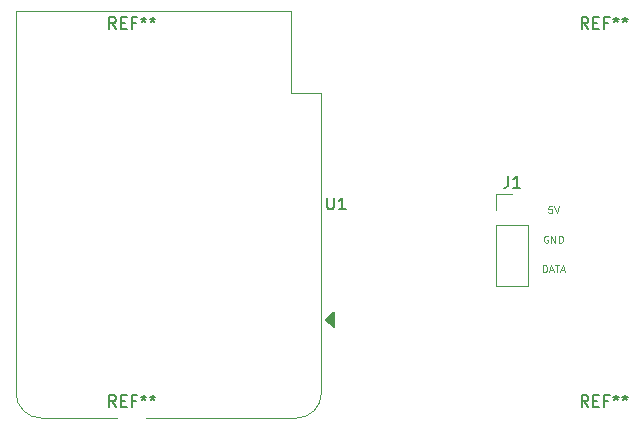
<source format=gbr>
%TF.GenerationSoftware,KiCad,Pcbnew,8.0.3*%
%TF.CreationDate,2025-06-16T15:41:18+02:00*%
%TF.ProjectId,gate-driver,67617465-2d64-4726-9976-65722e6b6963,rev?*%
%TF.SameCoordinates,Original*%
%TF.FileFunction,Legend,Top*%
%TF.FilePolarity,Positive*%
%FSLAX46Y46*%
G04 Gerber Fmt 4.6, Leading zero omitted, Abs format (unit mm)*
G04 Created by KiCad (PCBNEW 8.0.3) date 2025-06-16 15:41:18*
%MOMM*%
%LPD*%
G01*
G04 APERTURE LIST*
%ADD10C,0.125000*%
%ADD11C,0.150000*%
%ADD12C,0.120000*%
%ADD13R,1.700000X1.700000*%
%ADD14O,1.700000X1.700000*%
%ADD15C,3.800000*%
%ADD16R,2.000000X2.000000*%
%ADD17O,2.000000X1.600000*%
G04 APERTURE END LIST*
D10*
X135247857Y-65069642D02*
X135190715Y-65041071D01*
X135190715Y-65041071D02*
X135105000Y-65041071D01*
X135105000Y-65041071D02*
X135019286Y-65069642D01*
X135019286Y-65069642D02*
X134962143Y-65126785D01*
X134962143Y-65126785D02*
X134933572Y-65183928D01*
X134933572Y-65183928D02*
X134905000Y-65298214D01*
X134905000Y-65298214D02*
X134905000Y-65383928D01*
X134905000Y-65383928D02*
X134933572Y-65498214D01*
X134933572Y-65498214D02*
X134962143Y-65555357D01*
X134962143Y-65555357D02*
X135019286Y-65612500D01*
X135019286Y-65612500D02*
X135105000Y-65641071D01*
X135105000Y-65641071D02*
X135162143Y-65641071D01*
X135162143Y-65641071D02*
X135247857Y-65612500D01*
X135247857Y-65612500D02*
X135276429Y-65583928D01*
X135276429Y-65583928D02*
X135276429Y-65383928D01*
X135276429Y-65383928D02*
X135162143Y-65383928D01*
X135533572Y-65641071D02*
X135533572Y-65041071D01*
X135533572Y-65041071D02*
X135876429Y-65641071D01*
X135876429Y-65641071D02*
X135876429Y-65041071D01*
X136162143Y-65641071D02*
X136162143Y-65041071D01*
X136162143Y-65041071D02*
X136305000Y-65041071D01*
X136305000Y-65041071D02*
X136390714Y-65069642D01*
X136390714Y-65069642D02*
X136447857Y-65126785D01*
X136447857Y-65126785D02*
X136476428Y-65183928D01*
X136476428Y-65183928D02*
X136505000Y-65298214D01*
X136505000Y-65298214D02*
X136505000Y-65383928D01*
X136505000Y-65383928D02*
X136476428Y-65498214D01*
X136476428Y-65498214D02*
X136447857Y-65555357D01*
X136447857Y-65555357D02*
X136390714Y-65612500D01*
X136390714Y-65612500D02*
X136305000Y-65641071D01*
X136305000Y-65641071D02*
X136162143Y-65641071D01*
X135590714Y-62541071D02*
X135305000Y-62541071D01*
X135305000Y-62541071D02*
X135276428Y-62826785D01*
X135276428Y-62826785D02*
X135305000Y-62798214D01*
X135305000Y-62798214D02*
X135362143Y-62769642D01*
X135362143Y-62769642D02*
X135505000Y-62769642D01*
X135505000Y-62769642D02*
X135562143Y-62798214D01*
X135562143Y-62798214D02*
X135590714Y-62826785D01*
X135590714Y-62826785D02*
X135619285Y-62883928D01*
X135619285Y-62883928D02*
X135619285Y-63026785D01*
X135619285Y-63026785D02*
X135590714Y-63083928D01*
X135590714Y-63083928D02*
X135562143Y-63112500D01*
X135562143Y-63112500D02*
X135505000Y-63141071D01*
X135505000Y-63141071D02*
X135362143Y-63141071D01*
X135362143Y-63141071D02*
X135305000Y-63112500D01*
X135305000Y-63112500D02*
X135276428Y-63083928D01*
X135790714Y-62541071D02*
X135990714Y-63141071D01*
X135990714Y-63141071D02*
X136190714Y-62541071D01*
X134805000Y-68141071D02*
X134805000Y-67541071D01*
X134805000Y-67541071D02*
X134947857Y-67541071D01*
X134947857Y-67541071D02*
X135033571Y-67569642D01*
X135033571Y-67569642D02*
X135090714Y-67626785D01*
X135090714Y-67626785D02*
X135119285Y-67683928D01*
X135119285Y-67683928D02*
X135147857Y-67798214D01*
X135147857Y-67798214D02*
X135147857Y-67883928D01*
X135147857Y-67883928D02*
X135119285Y-67998214D01*
X135119285Y-67998214D02*
X135090714Y-68055357D01*
X135090714Y-68055357D02*
X135033571Y-68112500D01*
X135033571Y-68112500D02*
X134947857Y-68141071D01*
X134947857Y-68141071D02*
X134805000Y-68141071D01*
X135376428Y-67969642D02*
X135662143Y-67969642D01*
X135319285Y-68141071D02*
X135519285Y-67541071D01*
X135519285Y-67541071D02*
X135719285Y-68141071D01*
X135833571Y-67541071D02*
X136176429Y-67541071D01*
X136005000Y-68141071D02*
X136005000Y-67541071D01*
X136347857Y-67969642D02*
X136633572Y-67969642D01*
X136290714Y-68141071D02*
X136490714Y-67541071D01*
X136490714Y-67541071D02*
X136690714Y-68141071D01*
D11*
X131871666Y-59994819D02*
X131871666Y-60709104D01*
X131871666Y-60709104D02*
X131824047Y-60851961D01*
X131824047Y-60851961D02*
X131728809Y-60947200D01*
X131728809Y-60947200D02*
X131585952Y-60994819D01*
X131585952Y-60994819D02*
X131490714Y-60994819D01*
X132871666Y-60994819D02*
X132300238Y-60994819D01*
X132585952Y-60994819D02*
X132585952Y-59994819D01*
X132585952Y-59994819D02*
X132490714Y-60137676D01*
X132490714Y-60137676D02*
X132395476Y-60232914D01*
X132395476Y-60232914D02*
X132300238Y-60280533D01*
X98666666Y-79554819D02*
X98333333Y-79078628D01*
X98095238Y-79554819D02*
X98095238Y-78554819D01*
X98095238Y-78554819D02*
X98476190Y-78554819D01*
X98476190Y-78554819D02*
X98571428Y-78602438D01*
X98571428Y-78602438D02*
X98619047Y-78650057D01*
X98619047Y-78650057D02*
X98666666Y-78745295D01*
X98666666Y-78745295D02*
X98666666Y-78888152D01*
X98666666Y-78888152D02*
X98619047Y-78983390D01*
X98619047Y-78983390D02*
X98571428Y-79031009D01*
X98571428Y-79031009D02*
X98476190Y-79078628D01*
X98476190Y-79078628D02*
X98095238Y-79078628D01*
X99095238Y-79031009D02*
X99428571Y-79031009D01*
X99571428Y-79554819D02*
X99095238Y-79554819D01*
X99095238Y-79554819D02*
X99095238Y-78554819D01*
X99095238Y-78554819D02*
X99571428Y-78554819D01*
X100333333Y-79031009D02*
X100000000Y-79031009D01*
X100000000Y-79554819D02*
X100000000Y-78554819D01*
X100000000Y-78554819D02*
X100476190Y-78554819D01*
X101000000Y-78554819D02*
X101000000Y-78792914D01*
X100761905Y-78697676D02*
X101000000Y-78792914D01*
X101000000Y-78792914D02*
X101238095Y-78697676D01*
X100857143Y-78983390D02*
X101000000Y-78792914D01*
X101000000Y-78792914D02*
X101142857Y-78983390D01*
X101761905Y-78554819D02*
X101761905Y-78792914D01*
X101523810Y-78697676D02*
X101761905Y-78792914D01*
X101761905Y-78792914D02*
X102000000Y-78697676D01*
X101619048Y-78983390D02*
X101761905Y-78792914D01*
X101761905Y-78792914D02*
X101904762Y-78983390D01*
X98666666Y-47554819D02*
X98333333Y-47078628D01*
X98095238Y-47554819D02*
X98095238Y-46554819D01*
X98095238Y-46554819D02*
X98476190Y-46554819D01*
X98476190Y-46554819D02*
X98571428Y-46602438D01*
X98571428Y-46602438D02*
X98619047Y-46650057D01*
X98619047Y-46650057D02*
X98666666Y-46745295D01*
X98666666Y-46745295D02*
X98666666Y-46888152D01*
X98666666Y-46888152D02*
X98619047Y-46983390D01*
X98619047Y-46983390D02*
X98571428Y-47031009D01*
X98571428Y-47031009D02*
X98476190Y-47078628D01*
X98476190Y-47078628D02*
X98095238Y-47078628D01*
X99095238Y-47031009D02*
X99428571Y-47031009D01*
X99571428Y-47554819D02*
X99095238Y-47554819D01*
X99095238Y-47554819D02*
X99095238Y-46554819D01*
X99095238Y-46554819D02*
X99571428Y-46554819D01*
X100333333Y-47031009D02*
X100000000Y-47031009D01*
X100000000Y-47554819D02*
X100000000Y-46554819D01*
X100000000Y-46554819D02*
X100476190Y-46554819D01*
X101000000Y-46554819D02*
X101000000Y-46792914D01*
X100761905Y-46697676D02*
X101000000Y-46792914D01*
X101000000Y-46792914D02*
X101238095Y-46697676D01*
X100857143Y-46983390D02*
X101000000Y-46792914D01*
X101000000Y-46792914D02*
X101142857Y-46983390D01*
X101761905Y-46554819D02*
X101761905Y-46792914D01*
X101523810Y-46697676D02*
X101761905Y-46792914D01*
X101761905Y-46792914D02*
X102000000Y-46697676D01*
X101619048Y-46983390D02*
X101761905Y-46792914D01*
X101761905Y-46792914D02*
X101904762Y-46983390D01*
X138666666Y-47554819D02*
X138333333Y-47078628D01*
X138095238Y-47554819D02*
X138095238Y-46554819D01*
X138095238Y-46554819D02*
X138476190Y-46554819D01*
X138476190Y-46554819D02*
X138571428Y-46602438D01*
X138571428Y-46602438D02*
X138619047Y-46650057D01*
X138619047Y-46650057D02*
X138666666Y-46745295D01*
X138666666Y-46745295D02*
X138666666Y-46888152D01*
X138666666Y-46888152D02*
X138619047Y-46983390D01*
X138619047Y-46983390D02*
X138571428Y-47031009D01*
X138571428Y-47031009D02*
X138476190Y-47078628D01*
X138476190Y-47078628D02*
X138095238Y-47078628D01*
X139095238Y-47031009D02*
X139428571Y-47031009D01*
X139571428Y-47554819D02*
X139095238Y-47554819D01*
X139095238Y-47554819D02*
X139095238Y-46554819D01*
X139095238Y-46554819D02*
X139571428Y-46554819D01*
X140333333Y-47031009D02*
X140000000Y-47031009D01*
X140000000Y-47554819D02*
X140000000Y-46554819D01*
X140000000Y-46554819D02*
X140476190Y-46554819D01*
X141000000Y-46554819D02*
X141000000Y-46792914D01*
X140761905Y-46697676D02*
X141000000Y-46792914D01*
X141000000Y-46792914D02*
X141238095Y-46697676D01*
X140857143Y-46983390D02*
X141000000Y-46792914D01*
X141000000Y-46792914D02*
X141142857Y-46983390D01*
X141761905Y-46554819D02*
X141761905Y-46792914D01*
X141523810Y-46697676D02*
X141761905Y-46792914D01*
X141761905Y-46792914D02*
X142000000Y-46697676D01*
X141619048Y-46983390D02*
X141761905Y-46792914D01*
X141761905Y-46792914D02*
X141904762Y-46983390D01*
X138666666Y-79554819D02*
X138333333Y-79078628D01*
X138095238Y-79554819D02*
X138095238Y-78554819D01*
X138095238Y-78554819D02*
X138476190Y-78554819D01*
X138476190Y-78554819D02*
X138571428Y-78602438D01*
X138571428Y-78602438D02*
X138619047Y-78650057D01*
X138619047Y-78650057D02*
X138666666Y-78745295D01*
X138666666Y-78745295D02*
X138666666Y-78888152D01*
X138666666Y-78888152D02*
X138619047Y-78983390D01*
X138619047Y-78983390D02*
X138571428Y-79031009D01*
X138571428Y-79031009D02*
X138476190Y-79078628D01*
X138476190Y-79078628D02*
X138095238Y-79078628D01*
X139095238Y-79031009D02*
X139428571Y-79031009D01*
X139571428Y-79554819D02*
X139095238Y-79554819D01*
X139095238Y-79554819D02*
X139095238Y-78554819D01*
X139095238Y-78554819D02*
X139571428Y-78554819D01*
X140333333Y-79031009D02*
X140000000Y-79031009D01*
X140000000Y-79554819D02*
X140000000Y-78554819D01*
X140000000Y-78554819D02*
X140476190Y-78554819D01*
X141000000Y-78554819D02*
X141000000Y-78792914D01*
X140761905Y-78697676D02*
X141000000Y-78792914D01*
X141000000Y-78792914D02*
X141238095Y-78697676D01*
X140857143Y-78983390D02*
X141000000Y-78792914D01*
X141000000Y-78792914D02*
X141142857Y-78983390D01*
X141761905Y-78554819D02*
X141761905Y-78792914D01*
X141523810Y-78697676D02*
X141761905Y-78792914D01*
X141761905Y-78792914D02*
X142000000Y-78697676D01*
X141619048Y-78983390D02*
X141761905Y-78792914D01*
X141761905Y-78792914D02*
X141904762Y-78983390D01*
X116558095Y-61824819D02*
X116558095Y-62634342D01*
X116558095Y-62634342D02*
X116605714Y-62729580D01*
X116605714Y-62729580D02*
X116653333Y-62777200D01*
X116653333Y-62777200D02*
X116748571Y-62824819D01*
X116748571Y-62824819D02*
X116939047Y-62824819D01*
X116939047Y-62824819D02*
X117034285Y-62777200D01*
X117034285Y-62777200D02*
X117081904Y-62729580D01*
X117081904Y-62729580D02*
X117129523Y-62634342D01*
X117129523Y-62634342D02*
X117129523Y-61824819D01*
X118129523Y-62824819D02*
X117558095Y-62824819D01*
X117843809Y-62824819D02*
X117843809Y-61824819D01*
X117843809Y-61824819D02*
X117748571Y-61967676D01*
X117748571Y-61967676D02*
X117653333Y-62062914D01*
X117653333Y-62062914D02*
X117558095Y-62110533D01*
D12*
%TO.C,J1*%
X130875000Y-61540000D02*
X132205000Y-61540000D01*
X130875000Y-62870000D02*
X130875000Y-61540000D01*
X130875000Y-64140000D02*
X130875000Y-69280000D01*
X130875000Y-64140000D02*
X133535000Y-64140000D01*
X130875000Y-69280000D02*
X133535000Y-69280000D01*
X133535000Y-64140000D02*
X133535000Y-69280000D01*
%TO.C,U1*%
X116065000Y-52930000D02*
X116065000Y-78360000D01*
X116065000Y-52930000D02*
X113525000Y-52930000D01*
X113525000Y-52930000D02*
X113525000Y-46030000D01*
X113525000Y-46030000D02*
X90205000Y-46030000D01*
X92325000Y-80490000D02*
X113935000Y-80490000D01*
X90205000Y-46030000D02*
X90205000Y-78360000D01*
X116065000Y-78360000D02*
G75*
G02*
X113935000Y-80490000I-2130002J2D01*
G01*
X92335000Y-80490000D02*
G75*
G02*
X90205000Y-78360000I0J2130000D01*
G01*
D11*
X117105000Y-72785000D02*
X116470000Y-72150000D01*
X117105000Y-71515000D01*
X117105000Y-72785000D01*
G36*
X117105000Y-72785000D02*
G01*
X116470000Y-72150000D01*
X117105000Y-71515000D01*
X117105000Y-72785000D01*
G37*
%TD*%
%LPC*%
D13*
%TO.C,J1*%
X132205000Y-62870000D03*
D14*
X132205000Y-65410000D03*
X132205000Y-67950000D03*
%TD*%
D15*
%TO.C,REF\u002A\u002A*%
X100000000Y-82000000D03*
%TD*%
%TO.C,REF\u002A\u002A*%
X100000000Y-50000000D03*
%TD*%
%TO.C,REF\u002A\u002A*%
X140000000Y-50000000D03*
%TD*%
%TO.C,REF\u002A\u002A*%
X140000000Y-82000000D03*
%TD*%
D16*
%TO.C,U1*%
X114565000Y-72150000D03*
D17*
X114565000Y-69610000D03*
X114565000Y-67070000D03*
X114565000Y-64530000D03*
X114565000Y-61990000D03*
X114565000Y-59450000D03*
X114565000Y-56910000D03*
X114565000Y-54370000D03*
X91705000Y-54370000D03*
X91705000Y-56910000D03*
X91705000Y-59450000D03*
X91705000Y-61990000D03*
X91705000Y-64530000D03*
X91705000Y-67070000D03*
X91705000Y-69610000D03*
X91705000Y-72150000D03*
%TD*%
%LPD*%
M02*

</source>
